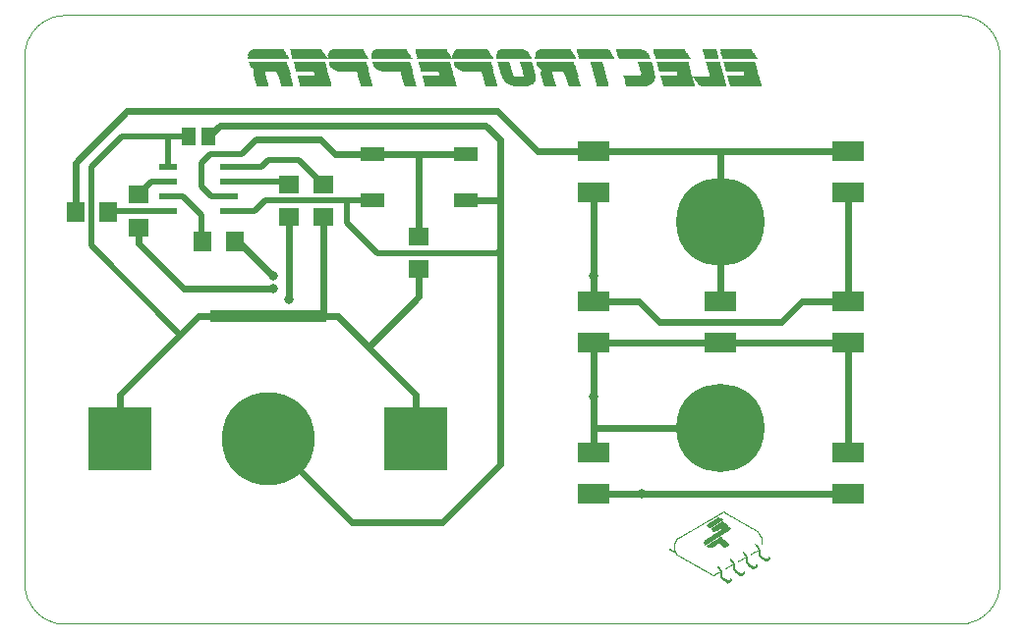
<source format=gbl>
G75*
%MOIN*%
%OFA0B0*%
%FSLAX25Y25*%
%IPPOS*%
%LPD*%
%AMOC8*
5,1,8,0,0,1.08239X$1,22.5*
%
%ADD10C,0.00000*%
%ADD11R,0.21654X0.21654*%
%ADD12C,0.31496*%
%ADD13R,0.39370X0.03937*%
%ADD14R,0.05118X0.05906*%
%ADD15R,0.11000X0.07000*%
%ADD16R,0.06299X0.02362*%
%ADD17R,0.06299X0.07098*%
%ADD18R,0.07098X0.06299*%
%ADD19R,0.07874X0.05000*%
%ADD20R,0.10500X0.00100*%
%ADD21R,0.08800X0.00100*%
%ADD22R,0.06600X0.00100*%
%ADD23R,0.04200X0.00100*%
%ADD24R,0.04100X0.00100*%
%ADD25R,0.03800X0.00100*%
%ADD26R,0.04300X0.00100*%
%ADD27R,0.10600X0.00100*%
%ADD28R,0.07200X0.00100*%
%ADD29R,0.05100X0.00100*%
%ADD30R,0.08900X0.00100*%
%ADD31R,0.07600X0.00100*%
%ADD32R,0.05900X0.00100*%
%ADD33R,0.07900X0.00100*%
%ADD34R,0.06500X0.00100*%
%ADD35R,0.09000X0.00100*%
%ADD36R,0.08200X0.00100*%
%ADD37R,0.07000X0.00100*%
%ADD38R,0.09100X0.00100*%
%ADD39R,0.08400X0.00100*%
%ADD40R,0.07400X0.00100*%
%ADD41R,0.08600X0.00100*%
%ADD42R,0.07800X0.00100*%
%ADD43R,0.08100X0.00100*%
%ADD44R,0.09200X0.00100*%
%ADD45R,0.08500X0.00100*%
%ADD46R,0.09300X0.00100*%
%ADD47R,0.08700X0.00100*%
%ADD48R,0.09400X0.00100*%
%ADD49R,0.09500X0.00100*%
%ADD50R,0.09600X0.00100*%
%ADD51R,0.09800X0.00100*%
%ADD52R,0.09700X0.00100*%
%ADD53R,0.09900X0.00100*%
%ADD54R,0.10100X0.00100*%
%ADD55R,0.10200X0.00100*%
%ADD56R,0.10000X0.00100*%
%ADD57R,0.10400X0.00100*%
%ADD58R,0.10700X0.00100*%
%ADD59R,0.10800X0.00100*%
%ADD60R,0.10900X0.00100*%
%ADD61R,0.10300X0.00100*%
%ADD62R,0.11100X0.00100*%
%ADD63R,0.11200X0.00100*%
%ADD64R,0.11300X0.00100*%
%ADD65R,0.04400X0.00100*%
%ADD66R,0.04900X0.00100*%
%ADD67R,0.04500X0.00100*%
%ADD68R,0.04800X0.00100*%
%ADD69R,0.05000X0.00100*%
%ADD70R,0.04000X0.00100*%
%ADD71R,0.03900X0.00100*%
%ADD72R,0.03700X0.00100*%
%ADD73R,0.03600X0.00100*%
%ADD74R,0.12000X0.00100*%
%ADD75R,0.11900X0.00100*%
%ADD76R,0.11800X0.00100*%
%ADD77R,0.11700X0.00100*%
%ADD78R,0.11600X0.00100*%
%ADD79R,0.11400X0.00100*%
%ADD80R,0.12100X0.00100*%
%ADD81R,0.12200X0.00100*%
%ADD82R,0.12300X0.00100*%
%ADD83R,0.12400X0.00100*%
%ADD84R,0.12500X0.00100*%
%ADD85R,0.12600X0.00100*%
%ADD86R,0.12700X0.00100*%
%ADD87R,0.12800X0.00100*%
%ADD88R,0.12900X0.00100*%
%ADD89R,0.04600X0.00100*%
%ADD90R,0.13800X0.00100*%
%ADD91R,0.13700X0.00100*%
%ADD92R,0.13600X0.00100*%
%ADD93R,0.11500X0.00100*%
%ADD94R,0.13500X0.00100*%
%ADD95R,0.13400X0.00100*%
%ADD96R,0.13300X0.00100*%
%ADD97R,0.13200X0.00100*%
%ADD98R,0.13100X0.00100*%
%ADD99R,0.13000X0.00100*%
%ADD100R,0.11000X0.00100*%
%ADD101R,0.08000X0.00100*%
%ADD102C,0.30000*%
%ADD103R,0.00100X0.00100*%
%ADD104R,0.00400X0.00100*%
%ADD105R,0.00700X0.00100*%
%ADD106R,0.01100X0.00100*%
%ADD107R,0.01300X0.00100*%
%ADD108R,0.01600X0.00100*%
%ADD109R,0.02000X0.00100*%
%ADD110R,0.02200X0.00100*%
%ADD111R,0.00900X0.00100*%
%ADD112R,0.00800X0.00100*%
%ADD113R,0.01000X0.00100*%
%ADD114R,0.00500X0.00100*%
%ADD115R,0.00200X0.00100*%
%ADD116R,0.00600X0.00100*%
%ADD117R,0.00300X0.00100*%
%ADD118R,0.01200X0.00100*%
%ADD119R,0.01500X0.00100*%
%ADD120R,0.01900X0.00100*%
%ADD121R,0.02100X0.00100*%
%ADD122R,0.02300X0.00100*%
%ADD123R,0.02600X0.00100*%
%ADD124R,0.01400X0.00100*%
%ADD125R,0.02800X0.00100*%
%ADD126R,0.01700X0.00100*%
%ADD127R,0.02900X0.00100*%
%ADD128R,0.05700X0.00100*%
%ADD129R,0.05400X0.00100*%
%ADD130R,0.01800X0.00100*%
%ADD131R,0.02500X0.00100*%
%ADD132R,0.03500X0.00100*%
%ADD133R,0.03300X0.00100*%
%ADD134R,0.03000X0.00100*%
%ADD135R,0.02700X0.00100*%
%ADD136R,0.02400X0.00100*%
%ADD137R,0.03100X0.00100*%
%ADD138R,0.03200X0.00100*%
%ADD139R,0.06100X0.00100*%
%ADD140R,0.05800X0.00100*%
%ADD141R,0.05600X0.00100*%
%ADD142R,0.05300X0.00100*%
%ADD143R,0.04700X0.00100*%
%ADD144R,0.03400X0.00100*%
%ADD145C,0.02362*%
%ADD146C,0.01969*%
%ADD147C,0.03150*%
D10*
X0076833Y0043663D02*
X0076833Y0222797D01*
X0076837Y0223130D01*
X0076849Y0223463D01*
X0076869Y0223795D01*
X0076897Y0224127D01*
X0076933Y0224458D01*
X0076978Y0224788D01*
X0077030Y0225117D01*
X0077090Y0225445D01*
X0077158Y0225771D01*
X0077233Y0226095D01*
X0077317Y0226417D01*
X0077408Y0226737D01*
X0077507Y0227055D01*
X0077614Y0227371D01*
X0077728Y0227683D01*
X0077850Y0227993D01*
X0077980Y0228300D01*
X0078116Y0228604D01*
X0078260Y0228904D01*
X0078411Y0229201D01*
X0078570Y0229494D01*
X0078735Y0229783D01*
X0078907Y0230068D01*
X0079086Y0230349D01*
X0079272Y0230625D01*
X0079465Y0230897D01*
X0079664Y0231164D01*
X0079869Y0231426D01*
X0080081Y0231683D01*
X0080299Y0231935D01*
X0080522Y0232181D01*
X0080752Y0232422D01*
X0080988Y0232658D01*
X0081229Y0232888D01*
X0081475Y0233111D01*
X0081727Y0233329D01*
X0081984Y0233541D01*
X0082246Y0233746D01*
X0082513Y0233945D01*
X0082785Y0234138D01*
X0083061Y0234324D01*
X0083342Y0234503D01*
X0083627Y0234675D01*
X0083916Y0234840D01*
X0084209Y0234999D01*
X0084506Y0235150D01*
X0084806Y0235294D01*
X0085110Y0235430D01*
X0085417Y0235560D01*
X0085727Y0235682D01*
X0086039Y0235796D01*
X0086355Y0235903D01*
X0086673Y0236002D01*
X0086993Y0236093D01*
X0087315Y0236177D01*
X0087639Y0236252D01*
X0087965Y0236320D01*
X0088293Y0236380D01*
X0088622Y0236432D01*
X0088952Y0236477D01*
X0089283Y0236513D01*
X0089615Y0236541D01*
X0089947Y0236561D01*
X0090280Y0236573D01*
X0090613Y0236577D01*
X0090613Y0236576D02*
X0393762Y0236576D01*
X0393762Y0236577D02*
X0394095Y0236573D01*
X0394428Y0236561D01*
X0394760Y0236541D01*
X0395092Y0236513D01*
X0395423Y0236477D01*
X0395753Y0236432D01*
X0396082Y0236380D01*
X0396410Y0236320D01*
X0396736Y0236252D01*
X0397060Y0236177D01*
X0397382Y0236093D01*
X0397702Y0236002D01*
X0398020Y0235903D01*
X0398336Y0235796D01*
X0398648Y0235682D01*
X0398958Y0235560D01*
X0399265Y0235430D01*
X0399569Y0235294D01*
X0399869Y0235150D01*
X0400166Y0234999D01*
X0400459Y0234840D01*
X0400748Y0234675D01*
X0401033Y0234503D01*
X0401314Y0234324D01*
X0401590Y0234138D01*
X0401862Y0233945D01*
X0402129Y0233746D01*
X0402391Y0233541D01*
X0402648Y0233329D01*
X0402900Y0233111D01*
X0403146Y0232888D01*
X0403387Y0232658D01*
X0403623Y0232422D01*
X0403853Y0232181D01*
X0404076Y0231935D01*
X0404294Y0231683D01*
X0404506Y0231426D01*
X0404711Y0231164D01*
X0404910Y0230897D01*
X0405103Y0230625D01*
X0405289Y0230349D01*
X0405468Y0230068D01*
X0405640Y0229783D01*
X0405805Y0229494D01*
X0405964Y0229201D01*
X0406115Y0228904D01*
X0406259Y0228604D01*
X0406395Y0228300D01*
X0406525Y0227993D01*
X0406647Y0227683D01*
X0406761Y0227371D01*
X0406868Y0227055D01*
X0406967Y0226737D01*
X0407058Y0226417D01*
X0407142Y0226095D01*
X0407217Y0225771D01*
X0407285Y0225445D01*
X0407345Y0225117D01*
X0407397Y0224788D01*
X0407442Y0224458D01*
X0407478Y0224127D01*
X0407506Y0223795D01*
X0407526Y0223463D01*
X0407538Y0223130D01*
X0407542Y0222797D01*
X0407542Y0043663D01*
X0407538Y0043330D01*
X0407526Y0042997D01*
X0407506Y0042665D01*
X0407478Y0042333D01*
X0407442Y0042002D01*
X0407397Y0041672D01*
X0407345Y0041343D01*
X0407285Y0041015D01*
X0407217Y0040689D01*
X0407142Y0040365D01*
X0407058Y0040043D01*
X0406967Y0039723D01*
X0406868Y0039405D01*
X0406761Y0039089D01*
X0406647Y0038777D01*
X0406525Y0038467D01*
X0406395Y0038160D01*
X0406259Y0037856D01*
X0406115Y0037556D01*
X0405964Y0037259D01*
X0405805Y0036966D01*
X0405640Y0036677D01*
X0405468Y0036392D01*
X0405289Y0036111D01*
X0405103Y0035835D01*
X0404910Y0035563D01*
X0404711Y0035296D01*
X0404506Y0035034D01*
X0404294Y0034777D01*
X0404076Y0034525D01*
X0403853Y0034279D01*
X0403623Y0034038D01*
X0403387Y0033802D01*
X0403146Y0033572D01*
X0402900Y0033349D01*
X0402648Y0033131D01*
X0402391Y0032919D01*
X0402129Y0032714D01*
X0401862Y0032515D01*
X0401590Y0032322D01*
X0401314Y0032136D01*
X0401033Y0031957D01*
X0400748Y0031785D01*
X0400459Y0031620D01*
X0400166Y0031461D01*
X0399869Y0031310D01*
X0399569Y0031166D01*
X0399265Y0031030D01*
X0398958Y0030900D01*
X0398648Y0030778D01*
X0398336Y0030664D01*
X0398020Y0030557D01*
X0397702Y0030458D01*
X0397382Y0030367D01*
X0397060Y0030283D01*
X0396736Y0030208D01*
X0396410Y0030140D01*
X0396082Y0030080D01*
X0395753Y0030028D01*
X0395423Y0029983D01*
X0395092Y0029947D01*
X0394760Y0029919D01*
X0394428Y0029899D01*
X0394095Y0029887D01*
X0393762Y0029883D01*
X0090613Y0029883D01*
X0090280Y0029887D01*
X0089947Y0029899D01*
X0089615Y0029919D01*
X0089283Y0029947D01*
X0088952Y0029983D01*
X0088622Y0030028D01*
X0088293Y0030080D01*
X0087965Y0030140D01*
X0087639Y0030208D01*
X0087315Y0030283D01*
X0086993Y0030367D01*
X0086673Y0030458D01*
X0086355Y0030557D01*
X0086039Y0030664D01*
X0085727Y0030778D01*
X0085417Y0030900D01*
X0085110Y0031030D01*
X0084806Y0031166D01*
X0084506Y0031310D01*
X0084209Y0031461D01*
X0083916Y0031620D01*
X0083627Y0031785D01*
X0083342Y0031957D01*
X0083061Y0032136D01*
X0082785Y0032322D01*
X0082513Y0032515D01*
X0082246Y0032714D01*
X0081984Y0032919D01*
X0081727Y0033131D01*
X0081475Y0033349D01*
X0081229Y0033572D01*
X0080988Y0033802D01*
X0080752Y0034038D01*
X0080522Y0034279D01*
X0080299Y0034525D01*
X0080081Y0034777D01*
X0079869Y0035034D01*
X0079664Y0035296D01*
X0079465Y0035563D01*
X0079272Y0035835D01*
X0079086Y0036111D01*
X0078907Y0036392D01*
X0078735Y0036677D01*
X0078570Y0036966D01*
X0078411Y0037259D01*
X0078260Y0037556D01*
X0078116Y0037856D01*
X0077980Y0038160D01*
X0077850Y0038467D01*
X0077728Y0038777D01*
X0077614Y0039089D01*
X0077507Y0039405D01*
X0077408Y0039723D01*
X0077317Y0040043D01*
X0077233Y0040365D01*
X0077158Y0040689D01*
X0077090Y0041015D01*
X0077030Y0041343D01*
X0076978Y0041672D01*
X0076933Y0042002D01*
X0076897Y0042333D01*
X0076869Y0042665D01*
X0076849Y0042997D01*
X0076837Y0043330D01*
X0076833Y0043663D01*
D11*
X0109314Y0092875D03*
X0209707Y0092875D03*
D12*
X0159510Y0092875D03*
D13*
X0159510Y0134214D03*
D14*
X0139235Y0195238D03*
X0132542Y0195238D03*
D15*
X0269747Y0190427D03*
X0269747Y0176427D03*
X0269747Y0139246D03*
X0269747Y0125246D03*
X0313054Y0125246D03*
X0313054Y0139246D03*
X0356361Y0139246D03*
X0356361Y0125246D03*
X0356361Y0088064D03*
X0356361Y0074064D03*
X0269747Y0074064D03*
X0269747Y0088064D03*
X0356361Y0176427D03*
X0356361Y0190427D03*
D16*
X0146337Y0185021D03*
X0146337Y0180060D03*
X0146337Y0175060D03*
X0146337Y0170060D03*
X0125440Y0170021D03*
X0125440Y0175021D03*
X0125440Y0180021D03*
X0125440Y0185021D03*
D17*
X0105266Y0169647D03*
X0094070Y0169647D03*
X0137180Y0159805D03*
X0148377Y0159805D03*
D18*
X0166400Y0167986D03*
X0178211Y0167986D03*
X0178211Y0179183D03*
X0166400Y0179183D03*
X0210692Y0161466D03*
X0210692Y0150269D03*
X0115416Y0164442D03*
X0115416Y0175639D03*
D19*
X0194944Y0173584D03*
X0194944Y0189332D03*
X0226440Y0189332D03*
X0226440Y0173584D03*
D20*
X0218102Y0212386D03*
X0218002Y0212586D03*
X0218002Y0212686D03*
X0218002Y0212786D03*
X0217902Y0212986D03*
X0217902Y0213086D03*
X0217802Y0213386D03*
X0217802Y0213486D03*
X0217702Y0213686D03*
X0217702Y0213786D03*
X0217702Y0213886D03*
X0217602Y0214086D03*
X0217602Y0214186D03*
X0217602Y0214286D03*
X0217502Y0214486D03*
X0217502Y0214586D03*
X0217402Y0214886D03*
X0217402Y0214986D03*
X0217302Y0215186D03*
X0217302Y0215286D03*
X0217302Y0215386D03*
X0217202Y0215586D03*
X0216602Y0217786D03*
X0216202Y0219286D03*
X0216102Y0219686D03*
X0215902Y0220486D03*
X0242502Y0223586D03*
X0244802Y0214286D03*
X0283302Y0222986D03*
X0285402Y0215586D03*
X0285402Y0215486D03*
X0285402Y0215386D03*
X0285402Y0215286D03*
X0297002Y0219286D03*
X0298002Y0215586D03*
X0298102Y0215386D03*
X0298102Y0215286D03*
X0298102Y0215186D03*
X0298202Y0214986D03*
X0298202Y0214886D03*
X0298202Y0214786D03*
X0298302Y0214586D03*
X0298302Y0214486D03*
X0298402Y0214186D03*
X0298402Y0214086D03*
X0298502Y0213886D03*
X0298502Y0213786D03*
X0298502Y0213686D03*
X0298602Y0213486D03*
X0298602Y0213386D03*
X0298602Y0213286D03*
X0298702Y0213086D03*
X0298702Y0212986D03*
X0298802Y0212686D03*
X0298802Y0212586D03*
X0298902Y0212386D03*
X0319902Y0218386D03*
X0319502Y0219886D03*
X0320702Y0215586D03*
X0320702Y0215486D03*
X0320702Y0215386D03*
X0320802Y0215186D03*
X0320802Y0215086D03*
X0320902Y0214786D03*
X0320902Y0214686D03*
X0321002Y0214486D03*
X0321002Y0214386D03*
X0321002Y0214286D03*
X0321102Y0214086D03*
X0321102Y0213986D03*
X0321102Y0213886D03*
X0321202Y0213686D03*
X0321202Y0213586D03*
X0321302Y0213286D03*
X0321302Y0213186D03*
X0321402Y0212986D03*
X0321402Y0212886D03*
X0321402Y0212786D03*
X0321502Y0212586D03*
X0321502Y0212486D03*
X0321502Y0212386D03*
X0318202Y0224586D03*
X0175702Y0212486D03*
X0175702Y0212386D03*
X0175602Y0212786D03*
X0175602Y0212886D03*
X0175502Y0213086D03*
X0175502Y0213186D03*
X0175502Y0213286D03*
X0175402Y0213486D03*
X0175402Y0213586D03*
X0175402Y0213686D03*
X0175302Y0213886D03*
X0175302Y0213986D03*
X0175202Y0214286D03*
X0175202Y0214386D03*
X0175102Y0214586D03*
X0175102Y0214686D03*
X0175102Y0214786D03*
X0175002Y0214986D03*
X0175002Y0215086D03*
X0175002Y0215186D03*
X0174902Y0215386D03*
X0174902Y0215486D03*
X0174902Y0215586D03*
X0174302Y0217586D03*
X0173902Y0219086D03*
D21*
X0285152Y0213086D03*
X0310452Y0212486D03*
X0310452Y0212386D03*
D22*
X0284252Y0212386D03*
D23*
X0273052Y0212386D03*
X0273052Y0212486D03*
X0272952Y0212586D03*
X0272952Y0212686D03*
X0272952Y0212786D03*
X0272852Y0212986D03*
X0272852Y0213086D03*
X0272852Y0213186D03*
X0272752Y0213386D03*
X0272752Y0213486D03*
X0272752Y0213586D03*
X0272652Y0213686D03*
X0272652Y0213786D03*
X0272652Y0213886D03*
X0272552Y0214086D03*
X0272552Y0214186D03*
X0272552Y0214286D03*
X0272452Y0214486D03*
X0272452Y0214586D03*
X0272452Y0214686D03*
X0272352Y0214886D03*
X0272352Y0214986D03*
X0272252Y0215286D03*
X0272252Y0215386D03*
X0272152Y0215586D03*
X0272152Y0215686D03*
X0272152Y0215786D03*
X0272052Y0215986D03*
X0272052Y0216086D03*
X0271952Y0216386D03*
X0271952Y0216486D03*
X0271852Y0216786D03*
X0271852Y0216886D03*
X0271752Y0217086D03*
X0271752Y0217186D03*
X0271752Y0217286D03*
X0271652Y0217486D03*
X0271652Y0217586D03*
X0271552Y0217886D03*
X0271552Y0217986D03*
X0271452Y0218286D03*
X0271452Y0218386D03*
X0271352Y0218686D03*
X0271252Y0218986D03*
X0271252Y0219086D03*
X0271152Y0219386D03*
X0271152Y0219486D03*
X0271052Y0219786D03*
X0270952Y0220186D03*
X0263052Y0213686D03*
X0263152Y0213386D03*
X0263252Y0212986D03*
X0263352Y0212686D03*
X0263452Y0212386D03*
X0254852Y0213286D03*
X0254752Y0213586D03*
X0254652Y0213886D03*
X0254652Y0213986D03*
X0254552Y0214186D03*
X0254552Y0214286D03*
X0254452Y0214486D03*
X0254452Y0214586D03*
X0254452Y0214686D03*
X0254352Y0214886D03*
X0254352Y0214986D03*
X0254252Y0215186D03*
X0254252Y0215286D03*
X0254252Y0215386D03*
X0248152Y0215486D03*
X0248152Y0216086D03*
X0248052Y0216486D03*
X0248052Y0216586D03*
X0248052Y0216686D03*
X0247952Y0216786D03*
X0247952Y0216886D03*
X0247952Y0216986D03*
X0247952Y0217086D03*
X0247852Y0217186D03*
X0247852Y0217286D03*
X0247852Y0217386D03*
X0247752Y0217586D03*
X0247752Y0217686D03*
X0247752Y0217786D03*
X0247652Y0217986D03*
X0247652Y0218086D03*
X0247552Y0218286D03*
X0247552Y0218386D03*
X0247552Y0218486D03*
X0247452Y0218686D03*
X0247452Y0218786D03*
X0247352Y0219086D03*
X0247352Y0219186D03*
X0247252Y0219386D03*
X0247252Y0219486D03*
X0247152Y0219786D03*
X0247152Y0219886D03*
X0247052Y0220186D03*
X0246952Y0220486D03*
X0240052Y0218086D03*
X0240052Y0217986D03*
X0240052Y0217886D03*
X0240152Y0217686D03*
X0240152Y0217586D03*
X0240152Y0217486D03*
X0240252Y0217386D03*
X0240252Y0217286D03*
X0240252Y0217186D03*
X0240352Y0216986D03*
X0240352Y0216886D03*
X0240352Y0216786D03*
X0240452Y0216686D03*
X0240452Y0216586D03*
X0240452Y0216486D03*
X0240552Y0216386D03*
X0240552Y0216286D03*
X0240552Y0216186D03*
X0240652Y0215986D03*
X0240752Y0215786D03*
X0240752Y0215686D03*
X0240852Y0215586D03*
X0239952Y0218186D03*
X0239952Y0218286D03*
X0239952Y0218386D03*
X0239852Y0218586D03*
X0239852Y0218686D03*
X0239752Y0218886D03*
X0239752Y0218986D03*
X0239752Y0219086D03*
X0239652Y0219186D03*
X0239652Y0219286D03*
X0239652Y0219386D03*
X0239552Y0219586D03*
X0239552Y0219686D03*
X0239452Y0219886D03*
X0239452Y0219986D03*
X0239452Y0220086D03*
X0239352Y0220286D03*
X0239352Y0220386D03*
X0233952Y0217186D03*
X0233952Y0217086D03*
X0233952Y0216986D03*
X0234052Y0216886D03*
X0234052Y0216786D03*
X0234052Y0216686D03*
X0234052Y0216586D03*
X0234152Y0216486D03*
X0234152Y0216386D03*
X0234152Y0216286D03*
X0234252Y0216186D03*
X0234252Y0216086D03*
X0234252Y0215986D03*
X0234252Y0215886D03*
X0234352Y0215786D03*
X0234352Y0215686D03*
X0234352Y0215586D03*
X0234452Y0215386D03*
X0234452Y0215286D03*
X0234452Y0215186D03*
X0234552Y0215086D03*
X0234552Y0214986D03*
X0234552Y0214886D03*
X0234552Y0214786D03*
X0234652Y0214686D03*
X0234652Y0214586D03*
X0234652Y0214486D03*
X0234752Y0214386D03*
X0234752Y0214286D03*
X0234752Y0214186D03*
X0234752Y0214086D03*
X0234852Y0213986D03*
X0234852Y0213886D03*
X0234852Y0213786D03*
X0234852Y0213686D03*
X0234952Y0213586D03*
X0234952Y0213486D03*
X0234952Y0213386D03*
X0235052Y0213286D03*
X0235052Y0213186D03*
X0235052Y0213086D03*
X0235052Y0212986D03*
X0235152Y0212886D03*
X0235152Y0212786D03*
X0235152Y0212686D03*
X0235252Y0212486D03*
X0235252Y0212386D03*
X0207752Y0212386D03*
X0207752Y0212486D03*
X0207652Y0212586D03*
X0207652Y0212686D03*
X0207652Y0212786D03*
X0207552Y0212986D03*
X0207552Y0213086D03*
X0207552Y0213186D03*
X0207452Y0213286D03*
X0207452Y0213386D03*
X0207452Y0213486D03*
X0207452Y0213586D03*
X0207352Y0213686D03*
X0207352Y0213786D03*
X0207352Y0213886D03*
X0207252Y0213986D03*
X0207252Y0214086D03*
X0207252Y0214186D03*
X0207252Y0214286D03*
X0207152Y0214386D03*
X0207152Y0214486D03*
X0207152Y0214586D03*
X0207152Y0214686D03*
X0207052Y0214786D03*
X0207052Y0214886D03*
X0207052Y0214986D03*
X0206952Y0215086D03*
X0206952Y0215186D03*
X0206952Y0215286D03*
X0206952Y0215386D03*
X0206852Y0215486D03*
X0206852Y0215586D03*
X0206852Y0215686D03*
X0206752Y0215886D03*
X0206752Y0215986D03*
X0206752Y0216086D03*
X0206652Y0216186D03*
X0206652Y0216286D03*
X0206652Y0216386D03*
X0206652Y0216486D03*
X0206552Y0216586D03*
X0206552Y0216686D03*
X0206552Y0216786D03*
X0206452Y0216986D03*
X0206452Y0217086D03*
X0206452Y0217186D03*
X0192752Y0213186D03*
X0192752Y0213086D03*
X0192752Y0212986D03*
X0192852Y0212786D03*
X0192852Y0212686D03*
X0192852Y0212586D03*
X0192952Y0212486D03*
X0192952Y0212386D03*
X0192652Y0213286D03*
X0192652Y0213386D03*
X0192652Y0213486D03*
X0192552Y0213686D03*
X0192552Y0213786D03*
X0192552Y0213886D03*
X0192452Y0213986D03*
X0192452Y0214086D03*
X0192452Y0214186D03*
X0192452Y0214286D03*
X0192352Y0214386D03*
X0192352Y0214486D03*
X0192352Y0214586D03*
X0192252Y0214686D03*
X0192252Y0214786D03*
X0192252Y0214886D03*
X0192252Y0214986D03*
X0192152Y0215086D03*
X0192152Y0215186D03*
X0192152Y0215286D03*
X0192152Y0215386D03*
X0192052Y0215486D03*
X0192052Y0215586D03*
X0192052Y0215686D03*
X0191952Y0215786D03*
X0191952Y0215886D03*
X0191952Y0215986D03*
X0191952Y0216086D03*
X0191852Y0216186D03*
X0191852Y0216286D03*
X0191852Y0216386D03*
X0191752Y0216586D03*
X0191752Y0216686D03*
X0191752Y0216786D03*
X0191652Y0216886D03*
X0191652Y0216986D03*
X0191652Y0217086D03*
X0191652Y0217186D03*
X0165952Y0212586D03*
X0165852Y0212986D03*
X0165752Y0213286D03*
X0165652Y0213586D03*
X0165452Y0214286D03*
X0157552Y0212886D03*
X0157452Y0213186D03*
X0157352Y0213486D03*
X0157252Y0213786D03*
X0157252Y0213886D03*
X0157152Y0214086D03*
X0157152Y0214186D03*
X0157052Y0214386D03*
X0157052Y0214486D03*
X0157052Y0214586D03*
X0156952Y0214786D03*
X0156952Y0214886D03*
X0156852Y0215086D03*
X0156852Y0215186D03*
X0156852Y0215286D03*
X0156752Y0215586D03*
X0313370Y0062888D03*
D24*
X0312720Y0057688D03*
X0272902Y0212886D03*
X0272802Y0213286D03*
X0272602Y0213986D03*
X0272502Y0214386D03*
X0272402Y0214786D03*
X0272302Y0215086D03*
X0272302Y0215186D03*
X0272202Y0215486D03*
X0272102Y0215886D03*
X0272002Y0216186D03*
X0272002Y0216286D03*
X0271902Y0216586D03*
X0271902Y0216686D03*
X0271802Y0216986D03*
X0271702Y0217386D03*
X0271602Y0217686D03*
X0271602Y0217786D03*
X0271502Y0218086D03*
X0271502Y0218186D03*
X0271402Y0218486D03*
X0271402Y0218586D03*
X0271302Y0218786D03*
X0271302Y0218886D03*
X0271202Y0219186D03*
X0271202Y0219286D03*
X0271102Y0219586D03*
X0271102Y0219686D03*
X0271002Y0219886D03*
X0271002Y0219986D03*
X0271002Y0220086D03*
X0270902Y0220286D03*
X0270902Y0220386D03*
X0270902Y0220486D03*
X0254202Y0215686D03*
X0254202Y0215586D03*
X0254202Y0215486D03*
X0254102Y0215786D03*
X0254102Y0215886D03*
X0254102Y0215986D03*
X0254302Y0215086D03*
X0254402Y0214786D03*
X0254502Y0214386D03*
X0254602Y0214086D03*
X0254702Y0213786D03*
X0254702Y0213686D03*
X0254802Y0213486D03*
X0254802Y0213386D03*
X0254902Y0213186D03*
X0254902Y0213086D03*
X0254902Y0212986D03*
X0255002Y0212886D03*
X0255002Y0212786D03*
X0255002Y0212686D03*
X0255102Y0212586D03*
X0255102Y0212486D03*
X0255102Y0212386D03*
X0248202Y0215586D03*
X0248202Y0215686D03*
X0248202Y0215786D03*
X0248202Y0215886D03*
X0248202Y0215986D03*
X0248102Y0216186D03*
X0248102Y0216286D03*
X0248102Y0216386D03*
X0240702Y0215886D03*
X0240602Y0216086D03*
X0240302Y0217086D03*
X0240102Y0217786D03*
X0239902Y0218486D03*
X0239802Y0218786D03*
X0239602Y0219486D03*
X0239502Y0219786D03*
X0239402Y0220186D03*
X0239302Y0220486D03*
X0235202Y0212586D03*
X0207602Y0212886D03*
X0192802Y0212886D03*
X0192602Y0213586D03*
X0157702Y0212486D03*
X0157702Y0212386D03*
X0157602Y0212586D03*
X0157602Y0212686D03*
X0157602Y0212786D03*
X0157502Y0212986D03*
X0157502Y0213086D03*
X0157402Y0213286D03*
X0157402Y0213386D03*
X0157302Y0213586D03*
X0157302Y0213686D03*
X0157202Y0213986D03*
X0157102Y0214286D03*
X0157002Y0214686D03*
X0156902Y0214986D03*
X0156802Y0215386D03*
X0156802Y0215486D03*
X0156702Y0215686D03*
X0156702Y0215786D03*
X0156702Y0215886D03*
X0156702Y0215986D03*
D25*
X0156552Y0216686D03*
X0156552Y0216786D03*
X0156552Y0216886D03*
X0156552Y0216986D03*
X0245252Y0212386D03*
X0253952Y0216786D03*
X0253952Y0216886D03*
X0253952Y0216986D03*
X0253952Y0217086D03*
X0312770Y0057788D03*
D26*
X0312720Y0057588D03*
X0263402Y0212486D03*
X0263402Y0212586D03*
X0263302Y0212786D03*
X0263302Y0212886D03*
X0263202Y0213086D03*
X0263202Y0213186D03*
X0263202Y0213286D03*
X0263102Y0213486D03*
X0263102Y0213586D03*
X0263002Y0213786D03*
X0263002Y0213886D03*
X0263002Y0213986D03*
X0262902Y0214086D03*
X0262902Y0214186D03*
X0262902Y0214286D03*
X0262802Y0214386D03*
X0262802Y0214486D03*
X0262802Y0214586D03*
X0262802Y0214686D03*
X0262702Y0214786D03*
X0262702Y0214886D03*
X0262702Y0214986D03*
X0262602Y0215086D03*
X0262602Y0215186D03*
X0262602Y0215286D03*
X0262502Y0215386D03*
X0262502Y0215486D03*
X0262502Y0215586D03*
X0262402Y0215786D03*
X0262402Y0215886D03*
X0262402Y0215986D03*
X0262302Y0216086D03*
X0262302Y0216186D03*
X0262302Y0216286D03*
X0262202Y0216486D03*
X0262202Y0216586D03*
X0262102Y0216786D03*
X0262102Y0216886D03*
X0262002Y0217086D03*
X0262002Y0217186D03*
X0248102Y0215386D03*
X0247802Y0217486D03*
X0247702Y0217886D03*
X0247602Y0218186D03*
X0247502Y0218586D03*
X0247402Y0218886D03*
X0247402Y0218986D03*
X0247302Y0219286D03*
X0247202Y0219586D03*
X0247202Y0219686D03*
X0247102Y0219986D03*
X0247102Y0220086D03*
X0247002Y0220286D03*
X0247002Y0220386D03*
X0241002Y0215386D03*
X0240902Y0215486D03*
X0234402Y0215486D03*
X0206802Y0215786D03*
X0206502Y0216886D03*
X0191802Y0216486D03*
X0166002Y0212486D03*
X0166002Y0212386D03*
X0165902Y0212686D03*
X0165902Y0212786D03*
X0165902Y0212886D03*
X0165802Y0213086D03*
X0165802Y0213186D03*
X0165702Y0213386D03*
X0165702Y0213486D03*
X0165602Y0213686D03*
X0165602Y0213786D03*
X0165602Y0213886D03*
X0165502Y0213986D03*
X0165502Y0214086D03*
X0165502Y0214186D03*
X0165402Y0214386D03*
X0165402Y0214486D03*
X0165402Y0214586D03*
X0165302Y0214686D03*
X0165302Y0214786D03*
X0165302Y0214886D03*
X0165202Y0214986D03*
X0165202Y0215086D03*
X0165202Y0215186D03*
X0165102Y0215286D03*
X0165102Y0215386D03*
X0165102Y0215486D03*
X0165102Y0215586D03*
X0165002Y0215686D03*
X0165002Y0215786D03*
X0165002Y0215886D03*
X0164902Y0215986D03*
X0164902Y0216086D03*
X0164902Y0216186D03*
X0164802Y0216386D03*
X0164802Y0216486D03*
X0164702Y0216686D03*
X0164702Y0216786D03*
X0164702Y0216886D03*
X0164602Y0217086D03*
X0164602Y0217186D03*
X0287902Y0218286D03*
X0288002Y0217986D03*
X0288002Y0217886D03*
X0288102Y0217586D03*
X0288202Y0217286D03*
X0288202Y0217186D03*
X0288302Y0216986D03*
X0288302Y0216886D03*
X0288302Y0216786D03*
X0288402Y0216686D03*
X0288402Y0216586D03*
X0288402Y0216486D03*
X0288402Y0216386D03*
D27*
X0285352Y0215686D03*
X0283552Y0222386D03*
X0283452Y0222586D03*
X0283452Y0222686D03*
X0283352Y0222786D03*
X0283352Y0222886D03*
X0295552Y0224486D03*
X0295552Y0224586D03*
X0296652Y0220486D03*
X0296752Y0220386D03*
X0296752Y0220286D03*
X0296752Y0220186D03*
X0296752Y0220086D03*
X0296852Y0219986D03*
X0296852Y0219886D03*
X0296852Y0219786D03*
X0296852Y0219686D03*
X0296952Y0219586D03*
X0296952Y0219486D03*
X0296952Y0219386D03*
X0297052Y0219186D03*
X0297052Y0219086D03*
X0297052Y0218986D03*
X0297152Y0218886D03*
X0297152Y0218786D03*
X0297152Y0218686D03*
X0297152Y0218586D03*
X0297252Y0218486D03*
X0297252Y0218386D03*
X0297252Y0218286D03*
X0297252Y0218186D03*
X0297352Y0218086D03*
X0297352Y0217986D03*
X0297352Y0217886D03*
X0297352Y0217786D03*
X0297452Y0217686D03*
X0297452Y0217586D03*
X0297452Y0217486D03*
X0297552Y0217386D03*
X0297552Y0217286D03*
X0298052Y0215486D03*
X0298152Y0215086D03*
X0298252Y0214686D03*
X0298352Y0214386D03*
X0298352Y0214286D03*
X0298452Y0213986D03*
X0298552Y0213586D03*
X0298652Y0213186D03*
X0298752Y0212886D03*
X0298752Y0212786D03*
X0298852Y0212486D03*
X0320052Y0217686D03*
X0320052Y0217786D03*
X0320052Y0217886D03*
X0320052Y0217986D03*
X0319952Y0218086D03*
X0319952Y0218186D03*
X0319952Y0218286D03*
X0319852Y0218486D03*
X0319852Y0218586D03*
X0319852Y0218686D03*
X0319752Y0218786D03*
X0319752Y0218886D03*
X0319752Y0218986D03*
X0319752Y0219086D03*
X0319652Y0219186D03*
X0319652Y0219286D03*
X0319652Y0219386D03*
X0319652Y0219486D03*
X0319552Y0219586D03*
X0319552Y0219686D03*
X0319552Y0219786D03*
X0319452Y0219986D03*
X0319452Y0220086D03*
X0319452Y0220186D03*
X0319352Y0220286D03*
X0319352Y0220386D03*
X0319352Y0220486D03*
X0320152Y0217586D03*
X0320152Y0217486D03*
X0320152Y0217386D03*
X0320152Y0217286D03*
X0320752Y0215286D03*
X0320852Y0214986D03*
X0320852Y0214886D03*
X0320952Y0214586D03*
X0321052Y0214186D03*
X0321152Y0213786D03*
X0321252Y0213486D03*
X0321252Y0213386D03*
X0321352Y0213086D03*
X0321452Y0212686D03*
X0318252Y0224486D03*
X0244852Y0214386D03*
X0230652Y0217486D03*
X0217552Y0214386D03*
X0217452Y0214686D03*
X0217452Y0214786D03*
X0217352Y0215086D03*
X0217252Y0215486D03*
X0217652Y0213986D03*
X0217752Y0213586D03*
X0217852Y0213286D03*
X0217852Y0213186D03*
X0217952Y0212886D03*
X0218052Y0212486D03*
X0216752Y0217286D03*
X0216752Y0217386D03*
X0216652Y0217486D03*
X0216652Y0217586D03*
X0216652Y0217686D03*
X0216552Y0217886D03*
X0216552Y0217986D03*
X0216552Y0218086D03*
X0216452Y0218186D03*
X0216452Y0218286D03*
X0216452Y0218386D03*
X0216452Y0218486D03*
X0216352Y0218586D03*
X0216352Y0218686D03*
X0216352Y0218786D03*
X0216352Y0218886D03*
X0216252Y0218986D03*
X0216252Y0219086D03*
X0216252Y0219186D03*
X0216152Y0219386D03*
X0216152Y0219486D03*
X0216152Y0219586D03*
X0216052Y0219786D03*
X0216052Y0219886D03*
X0216052Y0219986D03*
X0215952Y0220086D03*
X0215952Y0220186D03*
X0215952Y0220286D03*
X0215952Y0220386D03*
X0214852Y0224386D03*
X0214752Y0224486D03*
X0214752Y0224586D03*
X0203152Y0217486D03*
X0188352Y0217486D03*
X0175252Y0214186D03*
X0175252Y0214086D03*
X0175352Y0213786D03*
X0175452Y0213386D03*
X0175552Y0212986D03*
X0175652Y0212686D03*
X0175652Y0212586D03*
X0175152Y0214486D03*
X0175052Y0214886D03*
X0174952Y0215286D03*
X0174352Y0217286D03*
X0174352Y0217386D03*
X0174352Y0217486D03*
X0174252Y0217686D03*
X0174252Y0217786D03*
X0174252Y0217886D03*
X0174152Y0217986D03*
X0174152Y0218086D03*
X0174152Y0218186D03*
X0174152Y0218286D03*
X0174052Y0218386D03*
X0174052Y0218486D03*
X0174052Y0218586D03*
X0174052Y0218686D03*
X0173952Y0218786D03*
X0173952Y0218886D03*
X0173952Y0218986D03*
X0173852Y0219186D03*
X0173852Y0219286D03*
X0173852Y0219386D03*
X0173752Y0219486D03*
X0173752Y0219586D03*
X0173752Y0219686D03*
X0173752Y0219786D03*
X0173652Y0219886D03*
X0173652Y0219986D03*
X0173652Y0220086D03*
X0173652Y0220186D03*
X0173552Y0220286D03*
X0173552Y0220386D03*
X0173552Y0220486D03*
X0172452Y0224486D03*
X0172352Y0224586D03*
D28*
X0284552Y0212486D03*
D29*
X0245202Y0212486D03*
X0312620Y0057288D03*
D30*
X0310402Y0212586D03*
X0310302Y0212686D03*
X0285202Y0213186D03*
X0282002Y0224586D03*
X0242302Y0224386D03*
D31*
X0284752Y0212586D03*
D32*
X0245202Y0212586D03*
D33*
X0284902Y0212686D03*
D34*
X0245202Y0212686D03*
D35*
X0245052Y0213386D03*
X0310152Y0212986D03*
X0310252Y0212786D03*
D36*
X0284952Y0212786D03*
D37*
X0245152Y0212786D03*
D38*
X0242302Y0224286D03*
X0285302Y0213286D03*
X0310102Y0213086D03*
X0310202Y0212886D03*
D39*
X0285052Y0212886D03*
D40*
X0245152Y0212886D03*
X0242252Y0224686D03*
D41*
X0285152Y0212986D03*
D42*
X0245152Y0212986D03*
D43*
X0245102Y0213086D03*
D44*
X0245052Y0213486D03*
X0282152Y0224486D03*
X0285352Y0213386D03*
X0310052Y0213186D03*
D45*
X0245102Y0213186D03*
X0242302Y0224486D03*
D46*
X0245002Y0213586D03*
X0282302Y0224386D03*
X0309902Y0213386D03*
X0310002Y0213286D03*
X0203802Y0217286D03*
X0189002Y0217286D03*
D47*
X0245102Y0213286D03*
D48*
X0231352Y0217286D03*
X0285352Y0213586D03*
X0285352Y0213486D03*
X0309752Y0213686D03*
X0309852Y0213586D03*
X0309852Y0213486D03*
D49*
X0309702Y0213786D03*
X0285402Y0213686D03*
X0282402Y0224286D03*
X0242302Y0224186D03*
D50*
X0242352Y0224086D03*
X0244952Y0213686D03*
X0285452Y0213786D03*
X0309652Y0213886D03*
D51*
X0309452Y0214286D03*
X0309352Y0214386D03*
X0285452Y0214086D03*
X0285452Y0213986D03*
X0282652Y0223986D03*
X0244952Y0213786D03*
X0242352Y0223986D03*
D52*
X0282502Y0224186D03*
X0282602Y0224086D03*
X0285402Y0213886D03*
X0309502Y0214086D03*
X0309502Y0214186D03*
X0309602Y0213986D03*
D53*
X0309302Y0214486D03*
X0244902Y0213886D03*
D54*
X0244902Y0213986D03*
X0230902Y0217386D03*
X0242402Y0223886D03*
X0203402Y0217386D03*
X0188602Y0217386D03*
X0282802Y0223786D03*
X0282902Y0223686D03*
X0285502Y0214486D03*
X0285502Y0214386D03*
X0309102Y0214886D03*
D55*
X0309052Y0214986D03*
X0285452Y0214686D03*
X0285452Y0214586D03*
X0282952Y0223586D03*
X0244852Y0214086D03*
D56*
X0282752Y0223886D03*
X0285452Y0214286D03*
X0285452Y0214186D03*
X0309152Y0214786D03*
X0309252Y0214686D03*
X0309252Y0214586D03*
D57*
X0308852Y0215386D03*
X0285452Y0215186D03*
X0285452Y0215086D03*
X0285452Y0214986D03*
X0285452Y0214886D03*
X0283252Y0223086D03*
X0283152Y0223186D03*
X0283152Y0223286D03*
X0244852Y0214186D03*
X0242452Y0223686D03*
D58*
X0242502Y0223486D03*
X0242502Y0223386D03*
X0256802Y0224586D03*
X0244802Y0214486D03*
X0228702Y0224586D03*
X0214902Y0224286D03*
X0214902Y0224186D03*
X0201202Y0224586D03*
X0186402Y0224586D03*
X0172602Y0224086D03*
X0172502Y0224286D03*
X0172502Y0224386D03*
X0159402Y0224586D03*
X0283502Y0222486D03*
X0283602Y0222286D03*
X0283602Y0222186D03*
X0283702Y0221986D03*
X0283702Y0221886D03*
X0283802Y0221686D03*
X0295602Y0224386D03*
X0295702Y0224286D03*
X0295702Y0224186D03*
X0318302Y0224286D03*
X0318302Y0224386D03*
X0318402Y0224186D03*
D59*
X0318452Y0224086D03*
X0318452Y0223986D03*
X0295852Y0223886D03*
X0295752Y0224086D03*
X0283752Y0221786D03*
X0283652Y0222086D03*
X0244752Y0214586D03*
X0215052Y0223886D03*
X0215052Y0223986D03*
X0214952Y0224086D03*
X0172752Y0223786D03*
X0172652Y0223986D03*
X0172552Y0224186D03*
D60*
X0172702Y0223886D03*
X0172802Y0223686D03*
X0186302Y0224486D03*
X0188202Y0217586D03*
X0201102Y0224486D03*
X0203002Y0217586D03*
X0215202Y0223586D03*
X0215102Y0223786D03*
X0230502Y0217586D03*
X0242502Y0223286D03*
X0244702Y0214786D03*
X0244702Y0214686D03*
X0269702Y0224486D03*
X0269702Y0224586D03*
X0295802Y0223986D03*
X0295902Y0223786D03*
X0296002Y0223586D03*
X0318502Y0223886D03*
X0318602Y0223786D03*
X0318602Y0223686D03*
D61*
X0308902Y0215286D03*
X0308902Y0215186D03*
X0309002Y0215086D03*
X0285502Y0214786D03*
X0283102Y0223386D03*
X0283002Y0223486D03*
X0242402Y0223786D03*
D62*
X0242602Y0223086D03*
X0242602Y0222986D03*
X0244702Y0214886D03*
X0230302Y0217686D03*
X0228602Y0224386D03*
X0215402Y0223186D03*
X0215402Y0223086D03*
X0215302Y0223286D03*
X0215302Y0223386D03*
X0202802Y0217686D03*
X0188002Y0217686D03*
X0173002Y0223186D03*
X0173002Y0223286D03*
X0269802Y0224286D03*
X0269902Y0224086D03*
X0270002Y0223886D03*
X0296102Y0223386D03*
X0296102Y0223286D03*
X0296202Y0223186D03*
X0296202Y0223086D03*
X0318802Y0223186D03*
X0318802Y0223286D03*
D63*
X0318852Y0223086D03*
X0318952Y0222986D03*
X0318952Y0222886D03*
X0296352Y0222786D03*
X0296252Y0222986D03*
X0270052Y0223686D03*
X0270052Y0223786D03*
X0269952Y0223986D03*
X0244652Y0215086D03*
X0244652Y0214986D03*
X0242652Y0222886D03*
X0215552Y0222786D03*
X0215452Y0222986D03*
X0201052Y0224386D03*
X0186252Y0224386D03*
X0173152Y0222986D03*
X0173152Y0222886D03*
X0173052Y0223086D03*
X0159252Y0224386D03*
D64*
X0173202Y0222786D03*
X0173202Y0222686D03*
X0173302Y0222586D03*
X0215502Y0222886D03*
X0215602Y0222686D03*
X0242702Y0222786D03*
X0244602Y0215286D03*
X0244602Y0215186D03*
X0256702Y0224386D03*
X0270102Y0223586D03*
X0270202Y0223486D03*
X0270202Y0223386D03*
X0296302Y0222886D03*
X0296402Y0222686D03*
X0319002Y0222786D03*
X0319102Y0222586D03*
D65*
X0310552Y0219886D03*
X0310552Y0219786D03*
X0310452Y0220086D03*
X0310452Y0220186D03*
X0310352Y0220486D03*
X0310652Y0219486D03*
X0310652Y0219386D03*
X0310752Y0219186D03*
X0310752Y0219086D03*
X0310852Y0218786D03*
X0310852Y0218686D03*
X0310952Y0218386D03*
X0310952Y0218286D03*
X0311052Y0218086D03*
X0311052Y0217986D03*
X0311152Y0217686D03*
X0311152Y0217586D03*
X0311252Y0217386D03*
X0311252Y0217286D03*
X0311352Y0216986D03*
X0311352Y0216886D03*
X0311452Y0216586D03*
X0311552Y0216286D03*
X0311552Y0216186D03*
X0311652Y0215886D03*
X0311752Y0215586D03*
X0311752Y0215486D03*
X0310052Y0221686D03*
X0310052Y0221786D03*
X0309952Y0221986D03*
X0309952Y0222086D03*
X0309852Y0222286D03*
X0309852Y0222386D03*
X0309852Y0222486D03*
X0309752Y0222686D03*
X0309752Y0222786D03*
X0309652Y0223086D03*
X0309552Y0223386D03*
X0309552Y0223486D03*
X0309452Y0223786D03*
X0309352Y0224086D03*
X0309252Y0224486D03*
X0287852Y0218586D03*
X0287852Y0218486D03*
X0287852Y0218386D03*
X0287952Y0218186D03*
X0287952Y0218086D03*
X0288052Y0217786D03*
X0288052Y0217686D03*
X0288152Y0217486D03*
X0288152Y0217386D03*
X0288252Y0217086D03*
X0288352Y0216286D03*
X0288352Y0216186D03*
X0288352Y0216086D03*
X0287752Y0218686D03*
X0287752Y0218786D03*
X0287752Y0218886D03*
X0287652Y0219086D03*
X0287652Y0219186D03*
X0287552Y0219386D03*
X0287552Y0219486D03*
X0287452Y0219786D03*
X0262452Y0215686D03*
X0262252Y0216386D03*
X0262152Y0216686D03*
X0262052Y0216986D03*
X0164852Y0216286D03*
X0164752Y0216586D03*
X0164652Y0216986D03*
X0313370Y0062788D03*
D66*
X0313320Y0062588D03*
X0323502Y0215686D03*
X0323402Y0216086D03*
X0323302Y0216686D03*
X0323302Y0216786D03*
X0323202Y0216886D03*
X0323202Y0216986D03*
X0323202Y0217086D03*
X0323102Y0217186D03*
X0300802Y0215886D03*
X0300702Y0216186D03*
X0300602Y0216586D03*
X0300502Y0216986D03*
X0220002Y0215886D03*
X0219902Y0216186D03*
X0219902Y0216286D03*
X0219802Y0216586D03*
X0219702Y0216986D03*
X0177702Y0215686D03*
X0177602Y0215986D03*
X0177502Y0216386D03*
X0177402Y0216786D03*
X0177302Y0217086D03*
X0177302Y0217186D03*
D67*
X0287302Y0220186D03*
X0287302Y0220286D03*
X0287302Y0220386D03*
X0287402Y0220086D03*
X0287402Y0219986D03*
X0287402Y0219886D03*
X0287502Y0219686D03*
X0287502Y0219586D03*
X0287602Y0219286D03*
X0287702Y0218986D03*
X0288302Y0215986D03*
X0309902Y0222186D03*
X0310002Y0221886D03*
X0309802Y0222586D03*
X0309702Y0222886D03*
X0309702Y0222986D03*
X0309602Y0223186D03*
X0309602Y0223286D03*
X0309502Y0223586D03*
X0309502Y0223686D03*
X0309402Y0223886D03*
X0309402Y0223986D03*
X0309302Y0224186D03*
X0309302Y0224286D03*
X0309302Y0224386D03*
X0309202Y0224586D03*
X0310402Y0220386D03*
X0310402Y0220286D03*
X0310502Y0219986D03*
X0310602Y0219686D03*
X0310602Y0219586D03*
X0310702Y0219286D03*
X0310802Y0218986D03*
X0310802Y0218886D03*
X0310902Y0218586D03*
X0310902Y0218486D03*
X0311002Y0218186D03*
X0311102Y0217886D03*
X0311102Y0217786D03*
X0311202Y0217486D03*
X0311302Y0217186D03*
X0311302Y0217086D03*
X0311402Y0216786D03*
X0311402Y0216686D03*
X0311502Y0216486D03*
X0311502Y0216386D03*
X0311602Y0216086D03*
X0311602Y0215986D03*
X0311702Y0215786D03*
X0311702Y0215686D03*
D68*
X0300852Y0215686D03*
X0300852Y0215786D03*
X0300752Y0215986D03*
X0300752Y0216086D03*
X0300652Y0216286D03*
X0300652Y0216386D03*
X0300652Y0216486D03*
X0300552Y0216686D03*
X0300552Y0216786D03*
X0300552Y0216886D03*
X0300452Y0217086D03*
X0300452Y0217186D03*
X0288252Y0215886D03*
X0323352Y0216186D03*
X0323352Y0216286D03*
X0323352Y0216386D03*
X0323352Y0216486D03*
X0323352Y0216586D03*
X0323452Y0215986D03*
X0323452Y0215886D03*
X0323452Y0215786D03*
X0220052Y0215786D03*
X0220052Y0215686D03*
X0219952Y0215986D03*
X0219952Y0216086D03*
X0219852Y0216386D03*
X0219852Y0216486D03*
X0219752Y0216686D03*
X0219752Y0216786D03*
X0219752Y0216886D03*
X0219652Y0217086D03*
X0219652Y0217186D03*
X0177652Y0215886D03*
X0177652Y0215786D03*
X0177552Y0216086D03*
X0177552Y0216186D03*
X0177552Y0216286D03*
X0177452Y0216486D03*
X0177452Y0216586D03*
X0177452Y0216686D03*
X0177352Y0216886D03*
X0177352Y0216986D03*
X0312670Y0057388D03*
D69*
X0288152Y0215786D03*
D70*
X0254052Y0216086D03*
X0254052Y0216186D03*
X0254052Y0216286D03*
X0254052Y0216386D03*
X0156652Y0216286D03*
X0156652Y0216186D03*
X0156652Y0216086D03*
D71*
X0156602Y0216386D03*
X0156602Y0216486D03*
X0156602Y0216586D03*
X0254002Y0216586D03*
X0254002Y0216686D03*
X0254002Y0216486D03*
X0313420Y0062988D03*
D72*
X0313420Y0063088D03*
X0156502Y0217086D03*
X0156502Y0217186D03*
D73*
X0253952Y0217186D03*
D74*
X0257852Y0218186D03*
X0258152Y0217386D03*
X0258152Y0217286D03*
X0270952Y0221786D03*
X0229752Y0218186D03*
X0202252Y0218186D03*
X0200952Y0223886D03*
X0187452Y0218186D03*
X0186152Y0223886D03*
X0160752Y0217286D03*
X0160452Y0218186D03*
X0159152Y0223886D03*
D75*
X0159202Y0223986D03*
X0160502Y0218086D03*
X0160702Y0217486D03*
X0160702Y0217386D03*
X0228502Y0223886D03*
X0228502Y0223986D03*
X0256602Y0223986D03*
X0258002Y0218086D03*
X0270902Y0221886D03*
X0271002Y0221686D03*
D76*
X0270852Y0221986D03*
X0270852Y0222086D03*
X0270752Y0222186D03*
X0258052Y0217986D03*
X0258152Y0217686D03*
X0258152Y0217586D03*
X0258152Y0217486D03*
X0242852Y0221686D03*
X0242852Y0221786D03*
X0242852Y0221886D03*
X0229952Y0217986D03*
X0229852Y0218086D03*
X0202452Y0217986D03*
X0202352Y0218086D03*
X0200952Y0223986D03*
X0187552Y0218086D03*
X0186152Y0223986D03*
X0160752Y0217586D03*
X0160652Y0217986D03*
D77*
X0160702Y0217686D03*
X0159202Y0224086D03*
X0173602Y0221886D03*
X0173702Y0221686D03*
X0186202Y0224086D03*
X0187602Y0217986D03*
X0201002Y0224086D03*
X0216002Y0221786D03*
X0228502Y0224086D03*
X0242802Y0222086D03*
X0242802Y0221986D03*
X0256602Y0224086D03*
X0270602Y0222486D03*
X0270702Y0222386D03*
X0270702Y0222286D03*
X0296802Y0221786D03*
X0319502Y0221686D03*
D78*
X0319452Y0221786D03*
X0319452Y0221886D03*
X0319352Y0221986D03*
X0296852Y0221686D03*
X0296752Y0221886D03*
X0296752Y0221986D03*
X0296652Y0222086D03*
X0270552Y0222586D03*
X0270552Y0222686D03*
X0270452Y0222886D03*
X0258152Y0217886D03*
X0258152Y0217786D03*
X0256652Y0224186D03*
X0242752Y0222386D03*
X0242752Y0222286D03*
X0242752Y0222186D03*
X0230052Y0217886D03*
X0216052Y0221686D03*
X0215952Y0221886D03*
X0215952Y0221986D03*
X0202552Y0217886D03*
X0187752Y0217886D03*
X0173652Y0221786D03*
X0173552Y0221986D03*
X0160752Y0217886D03*
X0160752Y0217786D03*
X0159252Y0224186D03*
D79*
X0159252Y0224286D03*
X0173352Y0222486D03*
X0173352Y0222386D03*
X0186252Y0224286D03*
X0187852Y0217786D03*
X0201052Y0224286D03*
X0202652Y0217786D03*
X0215652Y0222486D03*
X0215652Y0222586D03*
X0215752Y0222386D03*
X0228552Y0224286D03*
X0230152Y0217786D03*
X0242652Y0222686D03*
X0256652Y0224286D03*
X0270252Y0223286D03*
X0270352Y0223186D03*
X0270352Y0223086D03*
X0296452Y0222586D03*
X0296452Y0222486D03*
X0296552Y0222386D03*
X0319052Y0222686D03*
X0319152Y0222486D03*
X0319252Y0222286D03*
D80*
X0257802Y0218286D03*
X0256602Y0223786D03*
X0256602Y0223886D03*
X0229702Y0218286D03*
X0228502Y0223786D03*
X0202202Y0218286D03*
X0202102Y0218386D03*
X0201002Y0223786D03*
X0187402Y0218286D03*
X0187302Y0218386D03*
X0186202Y0223786D03*
X0160402Y0218286D03*
X0160302Y0218386D03*
D81*
X0159152Y0223786D03*
X0186152Y0223686D03*
X0200952Y0223686D03*
X0228452Y0223686D03*
X0229552Y0218486D03*
X0229652Y0218386D03*
X0257652Y0218486D03*
X0257752Y0218386D03*
D82*
X0257602Y0218586D03*
X0256602Y0223686D03*
X0229502Y0218586D03*
X0228502Y0223586D03*
X0202002Y0218486D03*
X0201002Y0223586D03*
X0187202Y0218486D03*
X0186202Y0223586D03*
X0160202Y0218486D03*
X0159202Y0223686D03*
D83*
X0159152Y0223586D03*
X0160152Y0218586D03*
X0186152Y0223486D03*
X0187052Y0218786D03*
X0187152Y0218586D03*
X0201852Y0218786D03*
X0201952Y0218686D03*
X0201952Y0218586D03*
X0228552Y0223486D03*
X0229352Y0218786D03*
X0229452Y0218686D03*
X0256652Y0223586D03*
X0257452Y0218786D03*
X0257552Y0218686D03*
D84*
X0257402Y0218886D03*
X0256602Y0223486D03*
X0229302Y0218886D03*
X0228502Y0223386D03*
X0201802Y0218886D03*
X0201002Y0223386D03*
X0201002Y0223486D03*
X0187102Y0218686D03*
X0187002Y0218886D03*
X0186202Y0223386D03*
X0160102Y0218686D03*
X0160002Y0218786D03*
X0160002Y0218886D03*
X0159202Y0223486D03*
D85*
X0159252Y0223386D03*
X0159852Y0219086D03*
X0159952Y0218986D03*
X0186252Y0223286D03*
X0186852Y0219186D03*
X0186852Y0219086D03*
X0186952Y0218986D03*
X0201652Y0219086D03*
X0201652Y0219186D03*
X0201752Y0218986D03*
X0201052Y0223286D03*
X0228552Y0223286D03*
X0229152Y0219186D03*
X0229252Y0219086D03*
X0229252Y0218986D03*
X0256652Y0223386D03*
X0257352Y0218986D03*
D86*
X0257302Y0219086D03*
X0257202Y0219186D03*
X0257202Y0219286D03*
X0256702Y0223286D03*
X0229102Y0219386D03*
X0229102Y0219286D03*
X0229002Y0219586D03*
X0229002Y0219686D03*
X0228902Y0219886D03*
X0228902Y0219986D03*
X0228802Y0220286D03*
X0228802Y0220386D03*
X0228602Y0223186D03*
X0201602Y0219386D03*
X0201602Y0219286D03*
X0201502Y0219486D03*
X0201502Y0219586D03*
X0201402Y0219886D03*
X0201302Y0220186D03*
X0201302Y0220286D03*
X0201002Y0223186D03*
X0186802Y0219386D03*
X0186802Y0219286D03*
X0186702Y0219486D03*
X0186702Y0219586D03*
X0186602Y0219886D03*
X0186502Y0220186D03*
X0186502Y0220286D03*
X0186202Y0223186D03*
X0159802Y0219186D03*
X0159702Y0219386D03*
X0159202Y0223286D03*
D87*
X0159252Y0223186D03*
X0159352Y0220486D03*
X0159452Y0220086D03*
X0159552Y0219786D03*
X0159652Y0219586D03*
X0159652Y0219486D03*
X0159752Y0219286D03*
X0186452Y0220386D03*
X0186452Y0220486D03*
X0186552Y0220086D03*
X0186552Y0219986D03*
X0186652Y0219786D03*
X0186652Y0219686D03*
X0186252Y0223086D03*
X0201052Y0223086D03*
X0201252Y0220486D03*
X0201252Y0220386D03*
X0201352Y0220086D03*
X0201352Y0219986D03*
X0201452Y0219786D03*
X0201452Y0219686D03*
X0228752Y0220486D03*
X0228852Y0220186D03*
X0228852Y0220086D03*
X0228952Y0219786D03*
X0229052Y0219486D03*
X0228552Y0223086D03*
X0256652Y0223186D03*
X0256852Y0220186D03*
X0256952Y0219886D03*
X0257052Y0219586D03*
X0257052Y0219486D03*
X0257152Y0219386D03*
D88*
X0257002Y0219686D03*
X0257002Y0219786D03*
X0256902Y0219986D03*
X0256902Y0220086D03*
X0256802Y0220286D03*
X0256802Y0220386D03*
X0256802Y0220486D03*
X0256702Y0222986D03*
X0256702Y0223086D03*
X0228602Y0222986D03*
X0228602Y0222886D03*
X0201102Y0222886D03*
X0201102Y0222986D03*
X0186302Y0222986D03*
X0186302Y0222886D03*
X0159602Y0219686D03*
X0159502Y0219886D03*
X0159502Y0219986D03*
X0159402Y0220186D03*
X0159402Y0220286D03*
X0159402Y0220386D03*
X0159302Y0222986D03*
X0159302Y0223086D03*
D89*
X0287252Y0220486D03*
X0312670Y0057488D03*
D90*
X0257052Y0221686D03*
X0257052Y0221786D03*
X0257052Y0221886D03*
X0228952Y0221686D03*
X0159652Y0221686D03*
X0159652Y0221786D03*
D91*
X0159602Y0221886D03*
X0159602Y0221986D03*
X0186602Y0221786D03*
X0186602Y0221686D03*
X0201402Y0221686D03*
X0201402Y0221786D03*
X0228902Y0221786D03*
X0228902Y0221886D03*
X0257002Y0221986D03*
D92*
X0256952Y0222086D03*
X0256952Y0222186D03*
X0228852Y0221986D03*
X0201352Y0221986D03*
X0201352Y0221886D03*
X0186552Y0221886D03*
X0186552Y0221986D03*
X0159552Y0222086D03*
D93*
X0173402Y0222286D03*
X0173502Y0222186D03*
X0173502Y0222086D03*
X0186202Y0224186D03*
X0201002Y0224186D03*
X0215802Y0222286D03*
X0215802Y0222186D03*
X0215902Y0222086D03*
X0228502Y0224186D03*
X0242702Y0222586D03*
X0242702Y0222486D03*
X0270402Y0222986D03*
X0270502Y0222786D03*
X0296602Y0222286D03*
X0296602Y0222186D03*
X0319202Y0222386D03*
X0319302Y0222186D03*
X0319302Y0222086D03*
D94*
X0256902Y0222286D03*
X0228802Y0222186D03*
X0228802Y0222086D03*
X0201302Y0222086D03*
X0201302Y0222186D03*
X0186502Y0222086D03*
X0159502Y0222186D03*
X0159502Y0222286D03*
D95*
X0159452Y0222386D03*
X0186452Y0222286D03*
X0186452Y0222186D03*
X0201252Y0222286D03*
X0228752Y0222286D03*
X0256852Y0222386D03*
X0256852Y0222486D03*
D96*
X0256802Y0222586D03*
X0228702Y0222386D03*
X0201202Y0222386D03*
X0201202Y0222486D03*
X0186402Y0222486D03*
X0186402Y0222386D03*
X0159402Y0222486D03*
X0159402Y0222586D03*
D97*
X0159352Y0222686D03*
X0159352Y0222786D03*
X0186352Y0222586D03*
X0201152Y0222586D03*
X0228752Y0222486D03*
D98*
X0228702Y0222586D03*
X0228702Y0222686D03*
X0256802Y0222686D03*
X0256802Y0222786D03*
D99*
X0256752Y0222886D03*
X0228652Y0222786D03*
X0201152Y0222786D03*
X0201152Y0222686D03*
X0186352Y0222686D03*
X0186352Y0222786D03*
X0159352Y0222886D03*
D100*
X0159352Y0224486D03*
X0172852Y0223586D03*
X0172852Y0223486D03*
X0172952Y0223386D03*
X0215152Y0223686D03*
X0215252Y0223486D03*
X0228652Y0224486D03*
X0242552Y0223186D03*
X0256752Y0224486D03*
X0269752Y0224386D03*
X0269852Y0224186D03*
X0295952Y0223686D03*
X0296052Y0223486D03*
X0318652Y0223486D03*
X0318652Y0223586D03*
X0318752Y0223386D03*
D101*
X0242252Y0224586D03*
D102*
X0313054Y0166458D03*
X0313054Y0096458D03*
D103*
X0325920Y0060788D03*
X0326020Y0060588D03*
X0326220Y0060288D03*
X0326320Y0060088D03*
X0326520Y0059788D03*
X0326620Y0059588D03*
X0326820Y0059288D03*
X0326920Y0059088D03*
X0327120Y0058788D03*
X0327120Y0058688D03*
X0327120Y0058588D03*
X0327120Y0058488D03*
X0327120Y0058388D03*
X0327120Y0058288D03*
X0327120Y0058188D03*
X0327120Y0058088D03*
X0327120Y0057988D03*
X0327120Y0057888D03*
X0327120Y0057788D03*
X0327120Y0057688D03*
X0327120Y0057588D03*
X0327120Y0057488D03*
X0327120Y0057388D03*
X0327120Y0057288D03*
X0327120Y0057188D03*
X0327120Y0057088D03*
X0327120Y0056988D03*
X0327120Y0056888D03*
X0327120Y0056788D03*
X0327120Y0056688D03*
X0325020Y0056588D03*
X0323520Y0053188D03*
X0320820Y0053988D03*
X0316520Y0051588D03*
X0314820Y0048288D03*
X0312120Y0049188D03*
X0316720Y0044988D03*
X0315420Y0043488D03*
X0321120Y0047288D03*
X0325420Y0049688D03*
X0314320Y0055588D03*
X0298220Y0053288D03*
X0298220Y0053188D03*
X0298120Y0053488D03*
X0298120Y0053588D03*
X0298020Y0053788D03*
X0298020Y0053888D03*
X0297920Y0054088D03*
X0297920Y0054188D03*
X0297920Y0054288D03*
X0297620Y0054888D03*
X0297620Y0054988D03*
X0297620Y0055088D03*
X0297620Y0055188D03*
X0297620Y0055288D03*
X0297520Y0055488D03*
X0297520Y0055588D03*
X0297520Y0055688D03*
X0297520Y0055788D03*
X0297420Y0055988D03*
X0297420Y0056088D03*
X0297420Y0056188D03*
X0297420Y0056288D03*
X0297420Y0056388D03*
X0297420Y0056488D03*
X0297420Y0056588D03*
X0297420Y0056688D03*
X0297520Y0056888D03*
X0298020Y0057388D03*
X0298020Y0057488D03*
X0298020Y0057588D03*
X0298120Y0057788D03*
X0298120Y0057888D03*
X0298120Y0057988D03*
X0298220Y0058188D03*
D104*
X0297670Y0054488D03*
X0307970Y0056588D03*
X0314370Y0055688D03*
X0316670Y0051288D03*
X0320970Y0053688D03*
X0325170Y0056288D03*
X0329570Y0052088D03*
X0320970Y0047088D03*
X0316570Y0044788D03*
X0315470Y0043588D03*
X0310770Y0046088D03*
X0312270Y0048888D03*
X0309370Y0062288D03*
X0314270Y0067588D03*
D105*
X0313720Y0064188D03*
X0309420Y0062388D03*
X0308020Y0056688D03*
X0314420Y0055788D03*
X0316820Y0050988D03*
X0316920Y0050888D03*
X0317020Y0050788D03*
X0317120Y0050688D03*
X0317220Y0050588D03*
X0317320Y0050388D03*
X0317420Y0050188D03*
X0317520Y0049888D03*
X0317620Y0048688D03*
X0317620Y0048588D03*
X0317620Y0048488D03*
X0317620Y0048388D03*
X0318020Y0047688D03*
X0322020Y0050488D03*
X0321920Y0050788D03*
X0321920Y0050888D03*
X0321920Y0050988D03*
X0321920Y0051088D03*
X0321920Y0051188D03*
X0321820Y0052288D03*
X0321720Y0052588D03*
X0321620Y0052788D03*
X0321520Y0052988D03*
X0321420Y0053088D03*
X0321320Y0053188D03*
X0321220Y0053288D03*
X0321120Y0053388D03*
X0322320Y0050088D03*
X0326520Y0052688D03*
X0326120Y0053388D03*
X0326120Y0053488D03*
X0326120Y0053588D03*
X0326120Y0053688D03*
X0326120Y0053788D03*
X0326120Y0053888D03*
X0326120Y0053988D03*
X0326120Y0054188D03*
X0326120Y0054288D03*
X0326120Y0054388D03*
X0326120Y0054588D03*
X0326020Y0054888D03*
X0326020Y0054988D03*
X0325920Y0055188D03*
X0325820Y0055388D03*
X0325720Y0055588D03*
X0325620Y0055688D03*
X0329420Y0051888D03*
X0316420Y0044588D03*
X0315520Y0043688D03*
X0313520Y0045388D03*
X0313220Y0045888D03*
X0313120Y0046188D03*
X0313120Y0046288D03*
X0313120Y0046388D03*
X0313120Y0046488D03*
X0313120Y0046588D03*
X0313120Y0046688D03*
X0313120Y0046788D03*
X0313120Y0046888D03*
X0313120Y0046988D03*
X0313120Y0047188D03*
X0313120Y0047288D03*
X0313120Y0047388D03*
X0313020Y0047688D03*
X0312820Y0048088D03*
X0312720Y0048288D03*
X0312620Y0048388D03*
X0312520Y0048488D03*
X0297620Y0054388D03*
D106*
X0308120Y0056888D03*
X0313020Y0058788D03*
X0321720Y0051988D03*
X0323120Y0049388D03*
X0323220Y0049288D03*
X0323520Y0049088D03*
X0320620Y0046588D03*
X0319320Y0046588D03*
X0319220Y0046688D03*
X0318920Y0046888D03*
X0318520Y0047188D03*
X0316220Y0044288D03*
X0315520Y0043788D03*
X0314820Y0044288D03*
X0314720Y0044388D03*
X0314420Y0044588D03*
X0327320Y0051988D03*
X0327620Y0051788D03*
X0327720Y0051688D03*
X0327920Y0051588D03*
X0329220Y0051588D03*
D107*
X0315520Y0043888D03*
X0311020Y0061288D03*
X0312420Y0065388D03*
D108*
X0311070Y0061388D03*
X0312970Y0058588D03*
X0315570Y0043988D03*
D109*
X0315570Y0044088D03*
X0309570Y0055788D03*
X0308470Y0057388D03*
X0312470Y0065188D03*
D110*
X0309570Y0062988D03*
X0311070Y0061588D03*
X0312870Y0058388D03*
X0315570Y0044188D03*
D111*
X0316320Y0044388D03*
X0313920Y0044988D03*
X0313820Y0045088D03*
X0318320Y0047388D03*
X0318420Y0047288D03*
X0320720Y0046688D03*
X0322720Y0049688D03*
X0322620Y0049788D03*
X0325020Y0049088D03*
X0329320Y0051788D03*
X0326920Y0052288D03*
X0326820Y0052388D03*
X0326020Y0054488D03*
X0314420Y0055888D03*
X0313020Y0058888D03*
X0309420Y0062488D03*
D112*
X0310970Y0061088D03*
X0308070Y0056788D03*
X0297070Y0054188D03*
X0313570Y0045288D03*
X0313670Y0045188D03*
X0316370Y0044488D03*
X0318170Y0047488D03*
X0318070Y0047588D03*
X0317570Y0048788D03*
X0317570Y0048888D03*
X0317570Y0048988D03*
X0317570Y0049088D03*
X0317570Y0049188D03*
X0317570Y0049288D03*
X0317570Y0049388D03*
X0317570Y0049488D03*
X0320770Y0046788D03*
X0322470Y0049888D03*
X0322370Y0049988D03*
X0321870Y0051288D03*
X0321870Y0051388D03*
X0321870Y0051488D03*
X0321870Y0051588D03*
X0321870Y0051688D03*
X0321870Y0051788D03*
X0321870Y0051888D03*
X0325070Y0049188D03*
X0326670Y0052488D03*
X0326570Y0052588D03*
X0326070Y0054088D03*
D113*
X0327070Y0052188D03*
X0327170Y0052088D03*
X0327470Y0051888D03*
X0328470Y0051088D03*
X0329270Y0051688D03*
X0324970Y0048988D03*
X0324270Y0048488D03*
X0323670Y0048988D03*
X0323370Y0049188D03*
X0322970Y0049488D03*
X0322870Y0049588D03*
X0319970Y0046088D03*
X0319070Y0046788D03*
X0318770Y0046988D03*
X0318670Y0047088D03*
X0317370Y0049588D03*
X0312970Y0047088D03*
X0314070Y0044888D03*
X0314170Y0044788D03*
X0314270Y0044688D03*
X0314570Y0044488D03*
X0309470Y0055588D03*
X0310970Y0061188D03*
X0313670Y0064088D03*
X0312370Y0065488D03*
D114*
X0313720Y0064288D03*
X0310920Y0060988D03*
X0321020Y0053588D03*
X0316720Y0051188D03*
X0312320Y0048788D03*
X0316520Y0044688D03*
X0320920Y0046988D03*
X0325220Y0049388D03*
X0325220Y0056188D03*
X0296420Y0054488D03*
X0296220Y0054588D03*
X0296120Y0054688D03*
X0295920Y0054788D03*
X0295820Y0054888D03*
D115*
X0297570Y0055388D03*
X0297470Y0055888D03*
X0297470Y0056788D03*
X0297570Y0056988D03*
X0297870Y0057188D03*
X0297970Y0057288D03*
X0298070Y0057688D03*
X0298170Y0058088D03*
X0298270Y0058288D03*
X0298570Y0058488D03*
X0299270Y0058888D03*
X0299770Y0059188D03*
X0300470Y0059588D03*
X0300970Y0059888D03*
X0301670Y0060288D03*
X0302370Y0060688D03*
X0302870Y0060988D03*
X0303570Y0061388D03*
X0304070Y0061688D03*
X0304770Y0062088D03*
X0305270Y0062388D03*
X0305970Y0062788D03*
X0306470Y0063088D03*
X0307170Y0063488D03*
X0307670Y0063788D03*
X0308370Y0064188D03*
X0308870Y0064488D03*
X0309570Y0064888D03*
X0310070Y0065188D03*
X0310770Y0065588D03*
X0311470Y0065988D03*
X0311970Y0066288D03*
X0312370Y0065688D03*
X0312670Y0066688D03*
X0313170Y0066988D03*
X0313870Y0067388D03*
X0314470Y0067488D03*
X0315170Y0067088D03*
X0315870Y0066688D03*
X0316570Y0066288D03*
X0317270Y0065888D03*
X0317970Y0065488D03*
X0318470Y0065188D03*
X0319170Y0064788D03*
X0319870Y0064388D03*
X0320570Y0063988D03*
X0321270Y0063588D03*
X0321970Y0063188D03*
X0322670Y0062788D03*
X0323370Y0062388D03*
X0324070Y0061988D03*
X0324770Y0061588D03*
X0325470Y0061188D03*
X0325770Y0060988D03*
X0325870Y0060888D03*
X0325970Y0060688D03*
X0326070Y0060488D03*
X0326170Y0060388D03*
X0326270Y0060188D03*
X0326370Y0059988D03*
X0326470Y0059888D03*
X0326570Y0059688D03*
X0326670Y0059488D03*
X0326770Y0059388D03*
X0326870Y0059188D03*
X0326970Y0058988D03*
X0327070Y0058888D03*
X0325070Y0056488D03*
X0325570Y0054388D03*
X0324870Y0053988D03*
X0323970Y0053488D03*
X0320870Y0053888D03*
X0320970Y0051788D03*
X0320070Y0051288D03*
X0319370Y0050888D03*
X0319270Y0050788D03*
X0316870Y0049488D03*
X0316170Y0049088D03*
X0315270Y0048588D03*
X0312170Y0049088D03*
X0312270Y0046888D03*
X0311370Y0046388D03*
X0310370Y0046288D03*
X0309670Y0046688D03*
X0308970Y0047088D03*
X0308070Y0047588D03*
X0307370Y0047988D03*
X0306670Y0048388D03*
X0305770Y0048888D03*
X0305070Y0049288D03*
X0304370Y0049688D03*
X0303470Y0050188D03*
X0302770Y0050588D03*
X0302070Y0050988D03*
X0301370Y0051388D03*
X0300470Y0051888D03*
X0299770Y0052288D03*
X0299070Y0052688D03*
X0298170Y0053388D03*
X0298070Y0053688D03*
X0297970Y0053988D03*
X0316570Y0051488D03*
X0321070Y0047188D03*
X0325370Y0049588D03*
X0329670Y0052288D03*
X0316670Y0044888D03*
X0313770Y0064388D03*
D116*
X0312370Y0065588D03*
X0313070Y0058988D03*
X0321070Y0053488D03*
X0321570Y0052888D03*
X0321670Y0052688D03*
X0321770Y0052488D03*
X0321770Y0052388D03*
X0321870Y0052188D03*
X0321870Y0052088D03*
X0321970Y0050688D03*
X0321970Y0050588D03*
X0322070Y0050388D03*
X0322070Y0050288D03*
X0322170Y0050188D03*
X0324270Y0048388D03*
X0325170Y0049288D03*
X0328470Y0050988D03*
X0329470Y0051988D03*
X0326370Y0052788D03*
X0326370Y0052888D03*
X0326270Y0052988D03*
X0326270Y0053088D03*
X0326170Y0053188D03*
X0326170Y0053288D03*
X0326070Y0054688D03*
X0326070Y0054788D03*
X0325970Y0055088D03*
X0325870Y0055288D03*
X0325770Y0055488D03*
X0325570Y0055788D03*
X0325470Y0055888D03*
X0325370Y0055988D03*
X0325270Y0056088D03*
X0317270Y0050488D03*
X0317370Y0050288D03*
X0317470Y0050088D03*
X0317470Y0049988D03*
X0317570Y0049788D03*
X0317570Y0049688D03*
X0317670Y0048288D03*
X0317670Y0048188D03*
X0317670Y0048088D03*
X0317770Y0047988D03*
X0317770Y0047888D03*
X0317870Y0047788D03*
X0319970Y0045988D03*
X0320870Y0046888D03*
X0316770Y0051088D03*
X0312770Y0048188D03*
X0312870Y0047988D03*
X0312970Y0047888D03*
X0312970Y0047788D03*
X0313070Y0047588D03*
X0313070Y0047488D03*
X0312470Y0048588D03*
X0312370Y0048688D03*
X0313170Y0046088D03*
X0313170Y0045988D03*
X0313270Y0045788D03*
X0313270Y0045688D03*
X0313370Y0045588D03*
X0313370Y0045488D03*
X0296570Y0054388D03*
D117*
X0297720Y0054588D03*
X0297720Y0054688D03*
X0297720Y0054788D03*
X0298320Y0053088D03*
X0298520Y0052988D03*
X0298720Y0052888D03*
X0298920Y0052788D03*
X0299220Y0052588D03*
X0299420Y0052488D03*
X0299620Y0052388D03*
X0299920Y0052188D03*
X0300120Y0052088D03*
X0300320Y0051988D03*
X0300620Y0051788D03*
X0300820Y0051688D03*
X0301020Y0051588D03*
X0301220Y0051488D03*
X0301520Y0051288D03*
X0301720Y0051188D03*
X0301920Y0051088D03*
X0302220Y0050888D03*
X0302420Y0050788D03*
X0302620Y0050688D03*
X0302920Y0050488D03*
X0303120Y0050388D03*
X0303320Y0050288D03*
X0303620Y0050088D03*
X0303820Y0049988D03*
X0304020Y0049888D03*
X0304220Y0049788D03*
X0304520Y0049588D03*
X0304720Y0049488D03*
X0304920Y0049388D03*
X0305220Y0049188D03*
X0305420Y0049088D03*
X0305620Y0048988D03*
X0305920Y0048788D03*
X0306120Y0048688D03*
X0306320Y0048588D03*
X0306520Y0048488D03*
X0306820Y0048288D03*
X0307020Y0048188D03*
X0307220Y0048088D03*
X0307520Y0047888D03*
X0307720Y0047788D03*
X0307920Y0047688D03*
X0308220Y0047488D03*
X0308420Y0047388D03*
X0308620Y0047288D03*
X0308820Y0047188D03*
X0309120Y0046988D03*
X0309320Y0046888D03*
X0309520Y0046788D03*
X0309820Y0046588D03*
X0310020Y0046488D03*
X0310220Y0046388D03*
X0310520Y0046188D03*
X0311020Y0046188D03*
X0311220Y0046288D03*
X0311520Y0046488D03*
X0311720Y0046588D03*
X0311920Y0046688D03*
X0312120Y0046788D03*
X0312420Y0046988D03*
X0312220Y0048988D03*
X0314920Y0048388D03*
X0315120Y0048488D03*
X0315420Y0048688D03*
X0315620Y0048788D03*
X0315820Y0048888D03*
X0316020Y0048988D03*
X0316320Y0049188D03*
X0316520Y0049288D03*
X0316720Y0049388D03*
X0316620Y0051388D03*
X0319520Y0050988D03*
X0319720Y0051088D03*
X0319920Y0051188D03*
X0320220Y0051388D03*
X0320420Y0051488D03*
X0320620Y0051588D03*
X0320820Y0051688D03*
X0321120Y0051888D03*
X0320920Y0053788D03*
X0323620Y0053288D03*
X0323820Y0053388D03*
X0324120Y0053588D03*
X0324320Y0053688D03*
X0324520Y0053788D03*
X0324720Y0053888D03*
X0325020Y0054088D03*
X0325220Y0054188D03*
X0325420Y0054288D03*
X0325120Y0056388D03*
X0325620Y0061088D03*
X0325320Y0061288D03*
X0325120Y0061388D03*
X0324920Y0061488D03*
X0324620Y0061688D03*
X0324420Y0061788D03*
X0324220Y0061888D03*
X0323920Y0062088D03*
X0323720Y0062188D03*
X0323520Y0062288D03*
X0323220Y0062488D03*
X0323020Y0062588D03*
X0322820Y0062688D03*
X0322520Y0062888D03*
X0322320Y0062988D03*
X0322120Y0063088D03*
X0321820Y0063288D03*
X0321620Y0063388D03*
X0321420Y0063488D03*
X0321120Y0063688D03*
X0320920Y0063788D03*
X0320720Y0063888D03*
X0320420Y0064088D03*
X0320220Y0064188D03*
X0320020Y0064288D03*
X0319720Y0064488D03*
X0319520Y0064588D03*
X0319320Y0064688D03*
X0319020Y0064888D03*
X0318820Y0064988D03*
X0318620Y0065088D03*
X0318320Y0065288D03*
X0318120Y0065388D03*
X0317820Y0065588D03*
X0317620Y0065688D03*
X0317420Y0065788D03*
X0317120Y0065988D03*
X0316920Y0066088D03*
X0316720Y0066188D03*
X0316420Y0066388D03*
X0316220Y0066488D03*
X0316020Y0066588D03*
X0315720Y0066788D03*
X0315520Y0066888D03*
X0315320Y0066988D03*
X0315020Y0067188D03*
X0314820Y0067288D03*
X0314620Y0067388D03*
X0314020Y0067488D03*
X0313720Y0067288D03*
X0313520Y0067188D03*
X0313320Y0067088D03*
X0313020Y0066888D03*
X0312820Y0066788D03*
X0312520Y0066588D03*
X0312320Y0066488D03*
X0312120Y0066388D03*
X0311820Y0066188D03*
X0311620Y0066088D03*
X0311320Y0065888D03*
X0311120Y0065788D03*
X0310920Y0065688D03*
X0310620Y0065488D03*
X0310420Y0065388D03*
X0310220Y0065288D03*
X0309920Y0065088D03*
X0309720Y0064988D03*
X0309420Y0064788D03*
X0309220Y0064688D03*
X0309020Y0064588D03*
X0308720Y0064388D03*
X0308520Y0064288D03*
X0308220Y0064088D03*
X0308020Y0063988D03*
X0307820Y0063888D03*
X0307520Y0063688D03*
X0307320Y0063588D03*
X0307020Y0063388D03*
X0306820Y0063288D03*
X0306620Y0063188D03*
X0306320Y0062988D03*
X0306120Y0062888D03*
X0305820Y0062688D03*
X0305620Y0062588D03*
X0305420Y0062488D03*
X0305120Y0062288D03*
X0304920Y0062188D03*
X0304620Y0061988D03*
X0304420Y0061888D03*
X0304220Y0061788D03*
X0303920Y0061588D03*
X0303720Y0061488D03*
X0303420Y0061288D03*
X0303220Y0061188D03*
X0303020Y0061088D03*
X0302720Y0060888D03*
X0302520Y0060788D03*
X0302220Y0060588D03*
X0302020Y0060488D03*
X0301820Y0060388D03*
X0301520Y0060188D03*
X0301320Y0060088D03*
X0301120Y0059988D03*
X0300820Y0059788D03*
X0300620Y0059688D03*
X0300320Y0059488D03*
X0300120Y0059388D03*
X0299920Y0059288D03*
X0299620Y0059088D03*
X0299420Y0058988D03*
X0299120Y0058788D03*
X0298920Y0058688D03*
X0298720Y0058588D03*
X0298420Y0058388D03*
X0297720Y0057088D03*
X0307920Y0056488D03*
X0313120Y0059088D03*
X0310920Y0060888D03*
X0328420Y0050888D03*
X0329620Y0052188D03*
X0325320Y0049488D03*
X0324220Y0048288D03*
X0319920Y0045888D03*
D118*
X0319970Y0046188D03*
X0324270Y0048588D03*
X0328470Y0051188D03*
X0314470Y0055988D03*
X0308170Y0056988D03*
X0309470Y0062588D03*
X0313670Y0063988D03*
X0297070Y0054288D03*
D119*
X0309520Y0055688D03*
X0313620Y0063888D03*
X0328520Y0051288D03*
X0324320Y0048688D03*
X0320020Y0046288D03*
D120*
X0320020Y0046388D03*
X0324320Y0048788D03*
X0328520Y0051388D03*
X0314520Y0056288D03*
X0312920Y0058488D03*
X0309520Y0062888D03*
D121*
X0313620Y0063688D03*
X0308520Y0057488D03*
X0324320Y0048888D03*
X0320020Y0046488D03*
X0328520Y0051488D03*
D122*
X0314520Y0056388D03*
X0312920Y0058288D03*
X0309620Y0055888D03*
X0308620Y0057588D03*
X0308720Y0057688D03*
D123*
X0308970Y0057888D03*
X0309070Y0057988D03*
X0309370Y0058188D03*
X0310170Y0058688D03*
X0310470Y0058888D03*
X0311270Y0059388D03*
X0312370Y0060088D03*
X0312670Y0060288D03*
X0313470Y0060788D03*
X0313770Y0060988D03*
X0314570Y0061488D03*
X0314870Y0061688D03*
X0313570Y0063488D03*
X0312470Y0064988D03*
X0311370Y0064288D03*
X0310270Y0063588D03*
X0309670Y0063188D03*
X0309570Y0055988D03*
X0314570Y0056488D03*
D124*
X0314470Y0056088D03*
X0312970Y0058688D03*
X0308270Y0057088D03*
X0309470Y0062688D03*
D125*
X0310270Y0056488D03*
X0309670Y0056088D03*
X0314170Y0056988D03*
X0314270Y0056888D03*
X0314370Y0056788D03*
X0314470Y0056688D03*
X0314570Y0056588D03*
D126*
X0314520Y0056188D03*
X0308320Y0057188D03*
X0309520Y0062788D03*
X0312420Y0065288D03*
D127*
X0313520Y0063388D03*
X0314920Y0061788D03*
X0311520Y0062088D03*
X0311320Y0061988D03*
X0311220Y0061888D03*
X0311020Y0056988D03*
X0310920Y0056888D03*
X0310720Y0056788D03*
X0310620Y0056688D03*
X0310420Y0056588D03*
X0310120Y0056388D03*
X0309920Y0056288D03*
X0309820Y0056188D03*
D128*
X0312620Y0057088D03*
D129*
X0312670Y0057188D03*
D130*
X0308370Y0057288D03*
X0311070Y0061488D03*
X0313570Y0063788D03*
D131*
X0309620Y0063088D03*
X0308820Y0057788D03*
D132*
X0312820Y0057888D03*
D133*
X0312820Y0057988D03*
D134*
X0312870Y0058088D03*
D135*
X0312920Y0058188D03*
X0311920Y0059788D03*
X0312020Y0059888D03*
X0312220Y0059988D03*
X0312520Y0060188D03*
X0312820Y0060388D03*
X0313020Y0060488D03*
X0313120Y0060588D03*
X0313320Y0060688D03*
X0313620Y0060888D03*
X0313920Y0061088D03*
X0314120Y0061188D03*
X0314220Y0061288D03*
X0314420Y0061388D03*
X0314720Y0061588D03*
X0311720Y0059688D03*
X0311620Y0059588D03*
X0311420Y0059488D03*
X0311120Y0059288D03*
X0310920Y0059188D03*
X0310820Y0059088D03*
X0310620Y0058988D03*
X0310320Y0058788D03*
X0310020Y0058588D03*
X0309820Y0058488D03*
X0309720Y0058388D03*
X0309520Y0058288D03*
X0309220Y0058088D03*
X0311120Y0061788D03*
X0310120Y0063488D03*
X0309920Y0063388D03*
X0309820Y0063288D03*
X0310420Y0063688D03*
X0310620Y0063788D03*
X0310720Y0063888D03*
X0310920Y0063988D03*
X0311020Y0064088D03*
X0311220Y0064188D03*
X0311520Y0064388D03*
X0311720Y0064488D03*
X0311820Y0064588D03*
X0312020Y0064688D03*
X0312120Y0064788D03*
X0312320Y0064888D03*
D136*
X0312470Y0065088D03*
X0313570Y0063588D03*
X0311070Y0061688D03*
D137*
X0313520Y0063288D03*
X0314920Y0061888D03*
D138*
X0314870Y0061988D03*
X0314770Y0062088D03*
D139*
X0313220Y0062188D03*
D140*
X0313270Y0062288D03*
D141*
X0313270Y0062388D03*
D142*
X0313320Y0062488D03*
D143*
X0313320Y0062688D03*
D144*
X0313470Y0063188D03*
D145*
X0286282Y0073978D02*
X0269833Y0073978D01*
X0269747Y0074064D01*
X0286282Y0073978D02*
X0356274Y0073978D01*
X0356361Y0074064D01*
X0356361Y0088064D02*
X0356361Y0125246D01*
X0313054Y0125246D01*
X0269747Y0125246D01*
X0269747Y0107049D01*
X0269747Y0095238D01*
X0270967Y0096458D01*
X0313054Y0096458D01*
X0269747Y0095238D02*
X0269747Y0088064D01*
X0238251Y0084017D02*
X0218566Y0064332D01*
X0188054Y0064332D01*
X0159510Y0092875D01*
X0193467Y0123879D02*
X0209707Y0107639D01*
X0209707Y0092875D01*
X0238251Y0084017D02*
X0238251Y0156852D01*
X0238251Y0174568D01*
X0237266Y0173584D01*
X0226440Y0173584D01*
X0238251Y0174568D02*
X0238251Y0194253D01*
X0233329Y0199175D01*
X0143172Y0199175D01*
X0139235Y0195238D01*
X0155573Y0194253D02*
X0177227Y0194253D01*
X0182148Y0189332D01*
X0194944Y0189332D01*
X0209707Y0189332D01*
X0210692Y0188348D01*
X0210692Y0161466D01*
X0210692Y0150269D02*
X0210692Y0141104D01*
X0193467Y0123879D01*
X0183133Y0134214D01*
X0179196Y0134214D01*
X0159510Y0134214D01*
X0135888Y0134214D01*
X0129392Y0127718D01*
X0109314Y0107639D01*
X0109314Y0092875D01*
X0178211Y0135198D02*
X0178211Y0167986D01*
X0166400Y0167986D02*
X0166400Y0139923D01*
X0161085Y0143663D02*
X0130770Y0143663D01*
X0115416Y0159017D01*
X0115416Y0164442D01*
X0094070Y0169647D02*
X0094070Y0186490D01*
X0111676Y0204096D01*
X0237266Y0204096D01*
X0250936Y0190427D01*
X0269747Y0190427D01*
X0313054Y0190427D01*
X0313054Y0166458D01*
X0313054Y0138545D01*
X0312070Y0139529D01*
X0312070Y0140230D01*
X0313054Y0139246D01*
X0333723Y0132246D02*
X0292385Y0132246D01*
X0285385Y0139246D01*
X0269747Y0139246D01*
X0269747Y0147994D01*
X0269747Y0176427D01*
X0313054Y0190427D02*
X0356361Y0190427D01*
X0356361Y0176427D02*
X0356361Y0139246D01*
X0340723Y0139246D01*
X0333723Y0132246D01*
X0226440Y0189332D02*
X0209707Y0189332D01*
X0161085Y0147994D02*
X0149274Y0159805D01*
X0148377Y0159805D01*
X0094070Y0169647D02*
X0093566Y0170938D01*
D146*
X0105266Y0169647D02*
X0106428Y0170021D01*
X0125440Y0170021D01*
X0125440Y0175021D02*
X0130514Y0175021D01*
X0136873Y0168663D01*
X0136873Y0160112D01*
X0137180Y0159805D01*
X0146337Y0170060D02*
X0155003Y0170060D01*
X0158526Y0173584D01*
X0186282Y0173584D01*
X0186282Y0166104D01*
X0196518Y0155868D01*
X0237266Y0155868D01*
X0238251Y0156852D01*
X0194944Y0173584D02*
X0186282Y0173584D01*
X0178211Y0179183D02*
X0170030Y0187364D01*
X0159510Y0187364D01*
X0157168Y0185021D01*
X0146337Y0185021D01*
X0146337Y0180060D02*
X0165522Y0180060D01*
X0166400Y0179183D01*
X0155573Y0194253D02*
X0150652Y0189332D01*
X0139825Y0189332D01*
X0136873Y0186379D01*
X0136873Y0178505D01*
X0140318Y0175060D01*
X0146337Y0175060D01*
X0125440Y0180021D02*
X0119798Y0180021D01*
X0115416Y0175639D01*
X0125440Y0185021D02*
X0125440Y0194860D01*
X0125062Y0195238D01*
X0109904Y0195238D01*
X0099668Y0185001D01*
X0099668Y0158230D01*
X0129392Y0128505D01*
X0129392Y0127718D01*
X0178211Y0135198D02*
X0179196Y0134214D01*
X0132542Y0195238D02*
X0125062Y0195238D01*
D147*
X0161085Y0147994D03*
X0161085Y0143663D03*
X0166400Y0139923D03*
X0269747Y0147994D03*
X0269747Y0107049D03*
X0286282Y0073978D03*
M02*

</source>
